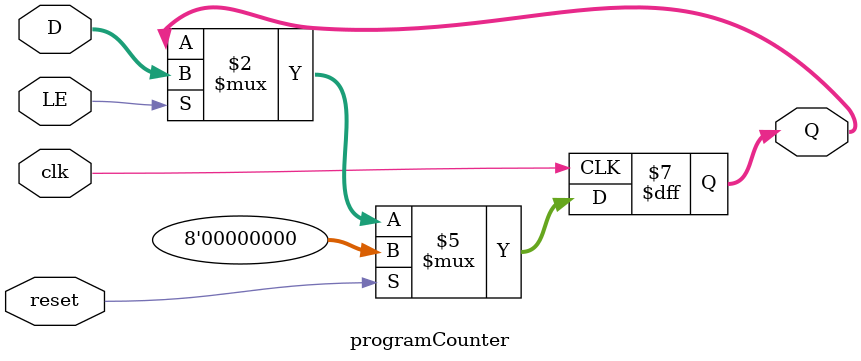
<source format=v>

module programCounter (
    input clk,
    input reset,
    input LE,                // Load Enable
    input [7:0] D,          // Data input
    output reg [7:0] Q      // Output (current PC value)
);

    always @(posedge clk) begin
        if (reset)
            Q <= 8'b0;           // Reset the PC to 0
        else if (LE)
            Q <= D;               // Load D into PC if LE is active
    end

endmodule

</source>
